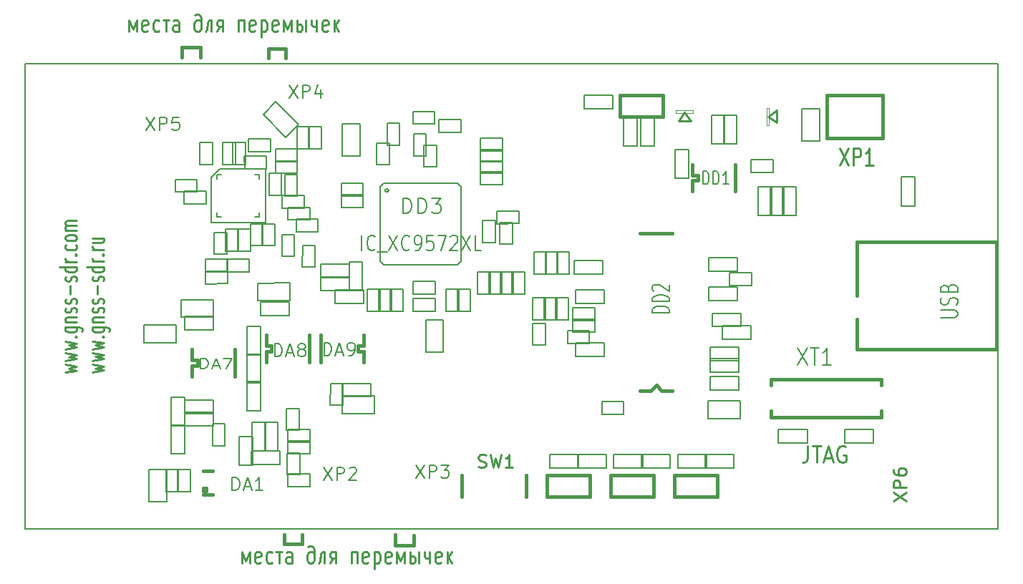
<source format=gto>
G04 (created by PCBNEW-RS274X (2010-02-09)-RC2) date 30.03.2010 12:29:41*
G01*
G70*
G90*
%MOIN*%
G04 Gerber Fmt 3.4, Leading zero omitted, Abs format*
%FSLAX34Y34*%
G04 APERTURE LIST*
%ADD10C,0.005000*%
%ADD11C,0.015000*%
%ADD12C,0.010000*%
%ADD13C,0.007900*%
%ADD14C,0.008500*%
%ADD15C,0.008000*%
%ADD16C,0.005900*%
%ADD17C,0.002600*%
%ADD18C,0.011200*%
G04 APERTURE END LIST*
G54D10*
G54D11*
X52880Y-44890D02*
X52880Y-44410D01*
X52000Y-44890D02*
X52880Y-44890D01*
X52000Y-44380D02*
X52000Y-44890D01*
X47670Y-44830D02*
X47670Y-44400D01*
X46830Y-44830D02*
X47670Y-44830D01*
X46830Y-44400D02*
X46830Y-44830D01*
G54D12*
X44884Y-45719D02*
X44884Y-45185D01*
X45055Y-45605D01*
X45227Y-45185D01*
X45227Y-45719D01*
X45741Y-45681D02*
X45684Y-45719D01*
X45570Y-45719D01*
X45513Y-45681D01*
X45484Y-45605D01*
X45484Y-45300D01*
X45513Y-45224D01*
X45570Y-45185D01*
X45684Y-45185D01*
X45741Y-45224D01*
X45770Y-45300D01*
X45770Y-45376D01*
X45484Y-45452D01*
X46284Y-45681D02*
X46227Y-45719D01*
X46113Y-45719D01*
X46055Y-45681D01*
X46027Y-45643D01*
X45998Y-45566D01*
X45998Y-45338D01*
X46027Y-45262D01*
X46055Y-45224D01*
X46113Y-45185D01*
X46227Y-45185D01*
X46284Y-45224D01*
X46455Y-45185D02*
X46741Y-45185D01*
X46598Y-45185D02*
X46598Y-45719D01*
X47198Y-45719D02*
X47198Y-45300D01*
X47169Y-45224D01*
X47112Y-45185D01*
X46998Y-45185D01*
X46941Y-45224D01*
X47198Y-45681D02*
X47141Y-45719D01*
X46998Y-45719D01*
X46941Y-45681D01*
X46912Y-45605D01*
X46912Y-45528D01*
X46941Y-45452D01*
X46998Y-45414D01*
X47141Y-45414D01*
X47198Y-45376D01*
X48227Y-45262D02*
X48198Y-45224D01*
X48141Y-45185D01*
X48027Y-45185D01*
X47969Y-45224D01*
X47941Y-45262D01*
X47912Y-45338D01*
X47912Y-45566D01*
X47941Y-45643D01*
X47969Y-45681D01*
X48027Y-45719D01*
X48112Y-45719D01*
X48169Y-45681D01*
X48198Y-45643D01*
X48227Y-45566D01*
X48227Y-45071D01*
X48198Y-44995D01*
X48169Y-44957D01*
X48112Y-44919D01*
X47998Y-44919D01*
X47941Y-44957D01*
X48712Y-45719D02*
X48712Y-45185D01*
X48627Y-45185D01*
X48570Y-45224D01*
X48541Y-45300D01*
X48512Y-45605D01*
X48484Y-45681D01*
X48427Y-45719D01*
X49112Y-45490D02*
X48969Y-45719D01*
X49226Y-45719D02*
X49226Y-45185D01*
X49055Y-45185D01*
X48998Y-45224D01*
X48969Y-45300D01*
X48969Y-45376D01*
X48998Y-45452D01*
X49055Y-45490D01*
X49226Y-45490D01*
X49969Y-45719D02*
X49969Y-45185D01*
X50226Y-45185D01*
X50226Y-45719D01*
X50740Y-45681D02*
X50683Y-45719D01*
X50569Y-45719D01*
X50512Y-45681D01*
X50483Y-45605D01*
X50483Y-45300D01*
X50512Y-45224D01*
X50569Y-45185D01*
X50683Y-45185D01*
X50740Y-45224D01*
X50769Y-45300D01*
X50769Y-45376D01*
X50483Y-45452D01*
X51026Y-45185D02*
X51026Y-45985D01*
X51026Y-45224D02*
X51083Y-45185D01*
X51197Y-45185D01*
X51254Y-45224D01*
X51283Y-45262D01*
X51312Y-45338D01*
X51312Y-45566D01*
X51283Y-45643D01*
X51254Y-45681D01*
X51197Y-45719D01*
X51083Y-45719D01*
X51026Y-45681D01*
X51797Y-45681D02*
X51740Y-45719D01*
X51626Y-45719D01*
X51569Y-45681D01*
X51540Y-45605D01*
X51540Y-45300D01*
X51569Y-45224D01*
X51626Y-45185D01*
X51740Y-45185D01*
X51797Y-45224D01*
X51826Y-45300D01*
X51826Y-45376D01*
X51540Y-45452D01*
X52083Y-45719D02*
X52083Y-45185D01*
X52254Y-45605D01*
X52426Y-45185D01*
X52426Y-45719D01*
X53112Y-45185D02*
X53112Y-45719D01*
X52712Y-45185D02*
X52712Y-45719D01*
X52855Y-45719D01*
X52912Y-45681D01*
X52940Y-45605D01*
X52940Y-45490D01*
X52912Y-45414D01*
X52855Y-45376D01*
X52712Y-45376D01*
X53598Y-45185D02*
X53598Y-45719D01*
X53369Y-45185D02*
X53369Y-45376D01*
X53398Y-45452D01*
X53455Y-45490D01*
X53598Y-45490D01*
X54140Y-45681D02*
X54083Y-45719D01*
X53969Y-45719D01*
X53912Y-45681D01*
X53883Y-45605D01*
X53883Y-45300D01*
X53912Y-45224D01*
X53969Y-45185D01*
X54083Y-45185D01*
X54140Y-45224D01*
X54169Y-45300D01*
X54169Y-45376D01*
X53883Y-45452D01*
X54426Y-45185D02*
X54426Y-45719D01*
X54483Y-45414D02*
X54654Y-45719D01*
X54654Y-45185D02*
X54426Y-45490D01*
G54D11*
X46900Y-21750D02*
X46900Y-22185D01*
X46105Y-21750D02*
X46900Y-21750D01*
X46105Y-22190D02*
X46105Y-21750D01*
X42930Y-21695D02*
X42930Y-22165D01*
X42070Y-21695D02*
X42930Y-21695D01*
X42070Y-22145D02*
X42070Y-21695D01*
G54D12*
X39619Y-20959D02*
X39619Y-20425D01*
X39790Y-20845D01*
X39962Y-20425D01*
X39962Y-20959D01*
X40476Y-20921D02*
X40419Y-20959D01*
X40305Y-20959D01*
X40248Y-20921D01*
X40219Y-20845D01*
X40219Y-20540D01*
X40248Y-20464D01*
X40305Y-20425D01*
X40419Y-20425D01*
X40476Y-20464D01*
X40505Y-20540D01*
X40505Y-20616D01*
X40219Y-20692D01*
X41019Y-20921D02*
X40962Y-20959D01*
X40848Y-20959D01*
X40790Y-20921D01*
X40762Y-20883D01*
X40733Y-20806D01*
X40733Y-20578D01*
X40762Y-20502D01*
X40790Y-20464D01*
X40848Y-20425D01*
X40962Y-20425D01*
X41019Y-20464D01*
X41190Y-20425D02*
X41476Y-20425D01*
X41333Y-20425D02*
X41333Y-20959D01*
X41933Y-20959D02*
X41933Y-20540D01*
X41904Y-20464D01*
X41847Y-20425D01*
X41733Y-20425D01*
X41676Y-20464D01*
X41933Y-20921D02*
X41876Y-20959D01*
X41733Y-20959D01*
X41676Y-20921D01*
X41647Y-20845D01*
X41647Y-20768D01*
X41676Y-20692D01*
X41733Y-20654D01*
X41876Y-20654D01*
X41933Y-20616D01*
X42962Y-20502D02*
X42933Y-20464D01*
X42876Y-20425D01*
X42762Y-20425D01*
X42704Y-20464D01*
X42676Y-20502D01*
X42647Y-20578D01*
X42647Y-20806D01*
X42676Y-20883D01*
X42704Y-20921D01*
X42762Y-20959D01*
X42847Y-20959D01*
X42904Y-20921D01*
X42933Y-20883D01*
X42962Y-20806D01*
X42962Y-20311D01*
X42933Y-20235D01*
X42904Y-20197D01*
X42847Y-20159D01*
X42733Y-20159D01*
X42676Y-20197D01*
X43447Y-20959D02*
X43447Y-20425D01*
X43362Y-20425D01*
X43305Y-20464D01*
X43276Y-20540D01*
X43247Y-20845D01*
X43219Y-20921D01*
X43162Y-20959D01*
X43847Y-20730D02*
X43704Y-20959D01*
X43961Y-20959D02*
X43961Y-20425D01*
X43790Y-20425D01*
X43733Y-20464D01*
X43704Y-20540D01*
X43704Y-20616D01*
X43733Y-20692D01*
X43790Y-20730D01*
X43961Y-20730D01*
X44704Y-20959D02*
X44704Y-20425D01*
X44961Y-20425D01*
X44961Y-20959D01*
X45475Y-20921D02*
X45418Y-20959D01*
X45304Y-20959D01*
X45247Y-20921D01*
X45218Y-20845D01*
X45218Y-20540D01*
X45247Y-20464D01*
X45304Y-20425D01*
X45418Y-20425D01*
X45475Y-20464D01*
X45504Y-20540D01*
X45504Y-20616D01*
X45218Y-20692D01*
X45761Y-20425D02*
X45761Y-21225D01*
X45761Y-20464D02*
X45818Y-20425D01*
X45932Y-20425D01*
X45989Y-20464D01*
X46018Y-20502D01*
X46047Y-20578D01*
X46047Y-20806D01*
X46018Y-20883D01*
X45989Y-20921D01*
X45932Y-20959D01*
X45818Y-20959D01*
X45761Y-20921D01*
X46532Y-20921D02*
X46475Y-20959D01*
X46361Y-20959D01*
X46304Y-20921D01*
X46275Y-20845D01*
X46275Y-20540D01*
X46304Y-20464D01*
X46361Y-20425D01*
X46475Y-20425D01*
X46532Y-20464D01*
X46561Y-20540D01*
X46561Y-20616D01*
X46275Y-20692D01*
X46818Y-20959D02*
X46818Y-20425D01*
X46989Y-20845D01*
X47161Y-20425D01*
X47161Y-20959D01*
X47847Y-20425D02*
X47847Y-20959D01*
X47447Y-20425D02*
X47447Y-20959D01*
X47590Y-20959D01*
X47647Y-20921D01*
X47675Y-20845D01*
X47675Y-20730D01*
X47647Y-20654D01*
X47590Y-20616D01*
X47447Y-20616D01*
X48333Y-20425D02*
X48333Y-20959D01*
X48104Y-20425D02*
X48104Y-20616D01*
X48133Y-20692D01*
X48190Y-20730D01*
X48333Y-20730D01*
X48875Y-20921D02*
X48818Y-20959D01*
X48704Y-20959D01*
X48647Y-20921D01*
X48618Y-20845D01*
X48618Y-20540D01*
X48647Y-20464D01*
X48704Y-20425D01*
X48818Y-20425D01*
X48875Y-20464D01*
X48904Y-20540D01*
X48904Y-20616D01*
X48618Y-20692D01*
X49161Y-20425D02*
X49161Y-20959D01*
X49218Y-20654D02*
X49389Y-20959D01*
X49389Y-20425D02*
X49161Y-20730D01*
G54D13*
X34780Y-44115D02*
X34780Y-22460D01*
X80060Y-44115D02*
X34780Y-44115D01*
X80060Y-22460D02*
X80060Y-44115D01*
X34780Y-22460D02*
X80060Y-22460D01*
G54D14*
X37900Y-36831D02*
X38434Y-36733D01*
X38053Y-36636D01*
X38434Y-36538D01*
X37900Y-36441D01*
X37900Y-36295D02*
X38434Y-36197D01*
X38053Y-36100D01*
X38434Y-36002D01*
X37900Y-35905D01*
X37900Y-35759D02*
X38434Y-35661D01*
X38053Y-35564D01*
X38434Y-35466D01*
X37900Y-35369D01*
X38358Y-35174D02*
X38396Y-35150D01*
X38434Y-35174D01*
X38396Y-35198D01*
X38358Y-35174D01*
X38434Y-35174D01*
X37900Y-34711D02*
X38548Y-34711D01*
X38624Y-34735D01*
X38662Y-34759D01*
X38700Y-34808D01*
X38700Y-34881D01*
X38662Y-34930D01*
X38396Y-34711D02*
X38434Y-34759D01*
X38434Y-34857D01*
X38396Y-34906D01*
X38358Y-34930D01*
X38281Y-34954D01*
X38053Y-34954D01*
X37977Y-34930D01*
X37939Y-34906D01*
X37900Y-34857D01*
X37900Y-34759D01*
X37939Y-34711D01*
X37900Y-34467D02*
X38434Y-34467D01*
X37977Y-34467D02*
X37939Y-34443D01*
X37900Y-34394D01*
X37900Y-34321D01*
X37939Y-34272D01*
X38015Y-34248D01*
X38434Y-34248D01*
X38396Y-34028D02*
X38434Y-33980D01*
X38434Y-33882D01*
X38396Y-33833D01*
X38320Y-33809D01*
X38281Y-33809D01*
X38205Y-33833D01*
X38167Y-33882D01*
X38167Y-33955D01*
X38129Y-34004D01*
X38053Y-34028D01*
X38015Y-34028D01*
X37939Y-34004D01*
X37900Y-33955D01*
X37900Y-33882D01*
X37939Y-33833D01*
X38396Y-33614D02*
X38434Y-33566D01*
X38434Y-33468D01*
X38396Y-33419D01*
X38320Y-33395D01*
X38281Y-33395D01*
X38205Y-33419D01*
X38167Y-33468D01*
X38167Y-33541D01*
X38129Y-33590D01*
X38053Y-33614D01*
X38015Y-33614D01*
X37939Y-33590D01*
X37900Y-33541D01*
X37900Y-33468D01*
X37939Y-33419D01*
X38129Y-33176D02*
X38129Y-32786D01*
X38396Y-32566D02*
X38434Y-32518D01*
X38434Y-32420D01*
X38396Y-32371D01*
X38320Y-32347D01*
X38281Y-32347D01*
X38205Y-32371D01*
X38167Y-32420D01*
X38167Y-32493D01*
X38129Y-32542D01*
X38053Y-32566D01*
X38015Y-32566D01*
X37939Y-32542D01*
X37900Y-32493D01*
X37900Y-32420D01*
X37939Y-32371D01*
X38434Y-31909D02*
X37634Y-31909D01*
X38396Y-31909D02*
X38434Y-31957D01*
X38434Y-32055D01*
X38396Y-32104D01*
X38358Y-32128D01*
X38281Y-32152D01*
X38053Y-32152D01*
X37977Y-32128D01*
X37939Y-32104D01*
X37900Y-32055D01*
X37900Y-31957D01*
X37939Y-31909D01*
X38434Y-31665D02*
X37900Y-31665D01*
X38053Y-31665D02*
X37977Y-31641D01*
X37939Y-31616D01*
X37900Y-31568D01*
X37900Y-31519D01*
X38358Y-31348D02*
X38396Y-31324D01*
X38434Y-31348D01*
X38396Y-31372D01*
X38358Y-31348D01*
X38434Y-31348D01*
X38434Y-31104D02*
X37900Y-31104D01*
X38053Y-31104D02*
X37977Y-31080D01*
X37939Y-31055D01*
X37900Y-31007D01*
X37900Y-30958D01*
X37900Y-30568D02*
X38434Y-30568D01*
X37900Y-30787D02*
X38320Y-30787D01*
X38396Y-30763D01*
X38434Y-30714D01*
X38434Y-30641D01*
X38396Y-30592D01*
X38358Y-30568D01*
X36648Y-36833D02*
X37173Y-36735D01*
X36798Y-36638D01*
X37173Y-36540D01*
X36648Y-36443D01*
X36648Y-36297D02*
X37173Y-36199D01*
X36798Y-36102D01*
X37173Y-36004D01*
X36648Y-35907D01*
X36648Y-35761D02*
X37173Y-35663D01*
X36798Y-35566D01*
X37173Y-35468D01*
X36648Y-35371D01*
X37098Y-35176D02*
X37136Y-35152D01*
X37173Y-35176D01*
X37136Y-35200D01*
X37098Y-35176D01*
X37173Y-35176D01*
X36648Y-34713D02*
X37285Y-34713D01*
X37360Y-34737D01*
X37398Y-34761D01*
X37435Y-34810D01*
X37435Y-34883D01*
X37398Y-34932D01*
X37136Y-34713D02*
X37173Y-34761D01*
X37173Y-34859D01*
X37136Y-34908D01*
X37098Y-34932D01*
X37023Y-34956D01*
X36798Y-34956D01*
X36723Y-34932D01*
X36686Y-34908D01*
X36648Y-34859D01*
X36648Y-34761D01*
X36686Y-34713D01*
X36648Y-34469D02*
X37173Y-34469D01*
X36723Y-34469D02*
X36686Y-34445D01*
X36648Y-34396D01*
X36648Y-34323D01*
X36686Y-34274D01*
X36761Y-34250D01*
X37173Y-34250D01*
X37136Y-34030D02*
X37173Y-33982D01*
X37173Y-33884D01*
X37136Y-33835D01*
X37061Y-33811D01*
X37023Y-33811D01*
X36948Y-33835D01*
X36911Y-33884D01*
X36911Y-33957D01*
X36873Y-34006D01*
X36798Y-34030D01*
X36761Y-34030D01*
X36686Y-34006D01*
X36648Y-33957D01*
X36648Y-33884D01*
X36686Y-33835D01*
X37136Y-33616D02*
X37173Y-33568D01*
X37173Y-33470D01*
X37136Y-33421D01*
X37061Y-33397D01*
X37023Y-33397D01*
X36948Y-33421D01*
X36911Y-33470D01*
X36911Y-33543D01*
X36873Y-33592D01*
X36798Y-33616D01*
X36761Y-33616D01*
X36686Y-33592D01*
X36648Y-33543D01*
X36648Y-33470D01*
X36686Y-33421D01*
X36873Y-33178D02*
X36873Y-32788D01*
X37136Y-32568D02*
X37173Y-32520D01*
X37173Y-32422D01*
X37136Y-32373D01*
X37061Y-32349D01*
X37023Y-32349D01*
X36948Y-32373D01*
X36911Y-32422D01*
X36911Y-32495D01*
X36873Y-32544D01*
X36798Y-32568D01*
X36761Y-32568D01*
X36686Y-32544D01*
X36648Y-32495D01*
X36648Y-32422D01*
X36686Y-32373D01*
X37173Y-31911D02*
X36386Y-31911D01*
X37136Y-31911D02*
X37173Y-31959D01*
X37173Y-32057D01*
X37136Y-32106D01*
X37098Y-32130D01*
X37023Y-32154D01*
X36798Y-32154D01*
X36723Y-32130D01*
X36686Y-32106D01*
X36648Y-32057D01*
X36648Y-31959D01*
X36686Y-31911D01*
X37173Y-31667D02*
X36648Y-31667D01*
X36798Y-31667D02*
X36723Y-31643D01*
X36686Y-31618D01*
X36648Y-31570D01*
X36648Y-31521D01*
X37098Y-31350D02*
X37136Y-31326D01*
X37173Y-31350D01*
X37136Y-31374D01*
X37098Y-31350D01*
X37173Y-31350D01*
X37136Y-30887D02*
X37173Y-30935D01*
X37173Y-31033D01*
X37136Y-31082D01*
X37098Y-31106D01*
X37023Y-31130D01*
X36798Y-31130D01*
X36723Y-31106D01*
X36686Y-31082D01*
X36648Y-31033D01*
X36648Y-30935D01*
X36686Y-30887D01*
X37173Y-30594D02*
X37136Y-30643D01*
X37098Y-30667D01*
X37023Y-30691D01*
X36798Y-30691D01*
X36723Y-30667D01*
X36686Y-30643D01*
X36648Y-30594D01*
X36648Y-30521D01*
X36686Y-30472D01*
X36723Y-30448D01*
X36798Y-30423D01*
X37023Y-30423D01*
X37098Y-30448D01*
X37136Y-30472D01*
X37173Y-30521D01*
X37173Y-30594D01*
X37173Y-30204D02*
X36648Y-30204D01*
X36723Y-30204D02*
X36686Y-30180D01*
X36648Y-30131D01*
X36648Y-30058D01*
X36686Y-30009D01*
X36761Y-29985D01*
X37173Y-29985D01*
X36761Y-29985D02*
X36686Y-29960D01*
X36648Y-29912D01*
X36648Y-29838D01*
X36686Y-29790D01*
X36761Y-29765D01*
X37173Y-29765D01*
G54D15*
X56084Y-29754D02*
X56676Y-29754D01*
X56676Y-29754D02*
X56675Y-30775D01*
X56675Y-30775D02*
X56085Y-30776D01*
X56085Y-30776D02*
X56084Y-29754D01*
G54D11*
X69490Y-37156D02*
X69490Y-37431D01*
X69490Y-38931D02*
X69490Y-38631D01*
X74640Y-38931D02*
X74640Y-38631D01*
X74640Y-37156D02*
X74640Y-37431D01*
X74640Y-38931D02*
X69490Y-38931D01*
X74640Y-37156D02*
X69490Y-37156D01*
X74710Y-25915D02*
X72110Y-25915D01*
X72110Y-25915D02*
X72110Y-23915D01*
X72110Y-23915D02*
X74710Y-23915D01*
X74710Y-23915D02*
X74710Y-25915D01*
G54D16*
X43440Y-29860D02*
X45960Y-29860D01*
X45960Y-29860D02*
X45960Y-27340D01*
X45960Y-27340D02*
X43834Y-27340D01*
X43834Y-27340D02*
X43440Y-27734D01*
X43440Y-27734D02*
X43440Y-29860D01*
G54D13*
X43913Y-27616D02*
X43716Y-27616D01*
X43716Y-27616D02*
X43716Y-27813D01*
X45684Y-27813D02*
X45684Y-27616D01*
X45684Y-27616D02*
X45487Y-27616D01*
X45487Y-29584D02*
X45684Y-29584D01*
X45684Y-29584D02*
X45684Y-29387D01*
X43716Y-29387D02*
X43716Y-29584D01*
X43716Y-29584D02*
X43913Y-29584D01*
G54D11*
X61060Y-42625D02*
X59060Y-42625D01*
X59060Y-42625D02*
X59060Y-41625D01*
X59060Y-41625D02*
X61060Y-41625D01*
X61060Y-41625D02*
X61060Y-42625D01*
X64025Y-42625D02*
X62025Y-42625D01*
X62025Y-42625D02*
X62025Y-41625D01*
X62025Y-41625D02*
X64025Y-41625D01*
X64025Y-41625D02*
X64025Y-42625D01*
X66995Y-42625D02*
X64995Y-42625D01*
X64995Y-42625D02*
X64995Y-41625D01*
X64995Y-41625D02*
X66995Y-41625D01*
X66995Y-41625D02*
X66995Y-42625D01*
X55095Y-42625D02*
X55095Y-41625D01*
X58095Y-41625D02*
X58095Y-42625D01*
X63415Y-30341D02*
X64915Y-30341D01*
X63415Y-37675D02*
X63915Y-37675D01*
X63915Y-37675D02*
X64165Y-37425D01*
X64165Y-37425D02*
X64415Y-37675D01*
X64415Y-37675D02*
X64915Y-37675D01*
G54D17*
X65057Y-24627D02*
X65057Y-24745D01*
X65057Y-24745D02*
X65883Y-24745D01*
X65883Y-24627D02*
X65883Y-24745D01*
X65057Y-24627D02*
X65883Y-24627D01*
G54D12*
X65470Y-24706D02*
X65765Y-25118D01*
X65765Y-25118D02*
X65195Y-25118D01*
X65195Y-25118D02*
X65470Y-24706D01*
G54D11*
X43219Y-42284D02*
X43217Y-42299D01*
X43213Y-42314D01*
X43205Y-42327D01*
X43196Y-42339D01*
X43184Y-42349D01*
X43170Y-42356D01*
X43155Y-42361D01*
X43140Y-42362D01*
X43126Y-42361D01*
X43111Y-42357D01*
X43097Y-42350D01*
X43085Y-42340D01*
X43075Y-42328D01*
X43068Y-42315D01*
X43063Y-42300D01*
X43062Y-42285D01*
X43063Y-42270D01*
X43067Y-42255D01*
X43074Y-42242D01*
X43084Y-42230D01*
X43095Y-42220D01*
X43109Y-42212D01*
X43124Y-42207D01*
X43139Y-42206D01*
X43153Y-42207D01*
X43168Y-42211D01*
X43182Y-42218D01*
X43194Y-42227D01*
X43204Y-42239D01*
X43212Y-42252D01*
X43217Y-42267D01*
X43218Y-42282D01*
X43219Y-42284D01*
X43065Y-42509D02*
X43515Y-42509D01*
X43065Y-41409D02*
X43515Y-41409D01*
X45990Y-35584D02*
X46240Y-35584D01*
X46240Y-35584D02*
X46240Y-35834D01*
X46240Y-35834D02*
X45990Y-35834D01*
X47990Y-35084D02*
X47990Y-36334D01*
X45990Y-35084D02*
X45990Y-35584D01*
X45990Y-35834D02*
X45990Y-36334D01*
X62470Y-23915D02*
X64470Y-23915D01*
X64470Y-23915D02*
X64470Y-24915D01*
X64470Y-24915D02*
X62470Y-24915D01*
X62470Y-24915D02*
X62470Y-23915D01*
X42541Y-36257D02*
X42791Y-36257D01*
X42791Y-36257D02*
X42791Y-36507D01*
X42791Y-36507D02*
X42541Y-36507D01*
X44541Y-35757D02*
X44541Y-37007D01*
X42541Y-35757D02*
X42541Y-36257D01*
X42541Y-36507D02*
X42541Y-37007D01*
X50535Y-35835D02*
X50285Y-35835D01*
X50285Y-35835D02*
X50285Y-35585D01*
X50285Y-35585D02*
X50535Y-35585D01*
X48535Y-36335D02*
X48535Y-35085D01*
X50535Y-36335D02*
X50535Y-35835D01*
X50535Y-35585D02*
X50535Y-35085D01*
X65855Y-27635D02*
X66105Y-27635D01*
X66105Y-27635D02*
X66105Y-27885D01*
X66105Y-27885D02*
X65855Y-27885D01*
X67855Y-27135D02*
X67855Y-28385D01*
X65855Y-27135D02*
X65855Y-27635D01*
X65855Y-27885D02*
X65855Y-28385D01*
X73490Y-30735D02*
X73490Y-33235D01*
X73490Y-35735D02*
X73490Y-34335D01*
X73490Y-35735D02*
X79990Y-35735D01*
X79990Y-35735D02*
X79990Y-30735D01*
X79990Y-30735D02*
X73490Y-30735D01*
G54D15*
X70681Y-29530D02*
X70053Y-29530D01*
X70053Y-29530D02*
X70053Y-28193D01*
X70053Y-28193D02*
X70681Y-28193D01*
X70681Y-28193D02*
X70681Y-29530D01*
X70116Y-29530D02*
X69488Y-29530D01*
X69488Y-29530D02*
X69488Y-28193D01*
X69488Y-28193D02*
X70116Y-28193D01*
X70116Y-28193D02*
X70116Y-29530D01*
X69546Y-29530D02*
X68918Y-29530D01*
X68918Y-29530D02*
X68918Y-28193D01*
X68918Y-28193D02*
X69546Y-28193D01*
X69546Y-28193D02*
X69546Y-29530D01*
G54D17*
X69297Y-25328D02*
X69415Y-25328D01*
X69415Y-25328D02*
X69415Y-24502D01*
X69297Y-24502D02*
X69415Y-24502D01*
X69297Y-25328D02*
X69297Y-24502D01*
G54D12*
X69376Y-24915D02*
X69788Y-24620D01*
X69788Y-24620D02*
X69788Y-25190D01*
X69788Y-25190D02*
X69376Y-24915D01*
G54D15*
X71759Y-26038D02*
X70932Y-26038D01*
X70932Y-26038D02*
X70931Y-24543D01*
X70931Y-24543D02*
X71758Y-24543D01*
X71758Y-24543D02*
X71759Y-26038D01*
X75586Y-27732D02*
X76214Y-27732D01*
X76214Y-27732D02*
X76214Y-29069D01*
X76214Y-29069D02*
X75586Y-29069D01*
X75586Y-29069D02*
X75586Y-27732D01*
X72937Y-40115D02*
X72937Y-39487D01*
X72937Y-39487D02*
X74274Y-39487D01*
X74274Y-39487D02*
X74274Y-40115D01*
X74274Y-40115D02*
X72937Y-40115D01*
X71193Y-39487D02*
X71193Y-40115D01*
X71193Y-40115D02*
X69856Y-40115D01*
X69856Y-40115D02*
X69856Y-39487D01*
X69856Y-39487D02*
X71193Y-39487D01*
X66726Y-24862D02*
X67354Y-24862D01*
X67354Y-24862D02*
X67354Y-26199D01*
X67354Y-26199D02*
X66726Y-26199D01*
X66726Y-26199D02*
X66726Y-24862D01*
X67291Y-24862D02*
X67919Y-24862D01*
X67919Y-24862D02*
X67919Y-26199D01*
X67919Y-26199D02*
X67291Y-26199D01*
X67291Y-26199D02*
X67291Y-24862D01*
X69591Y-26929D02*
X69591Y-27521D01*
X69591Y-27521D02*
X68570Y-27520D01*
X68570Y-27520D02*
X68569Y-26930D01*
X68569Y-26930D02*
X69591Y-26929D01*
X65659Y-27783D02*
X65031Y-27783D01*
X65031Y-27783D02*
X65031Y-26446D01*
X65031Y-26446D02*
X65659Y-26446D01*
X65659Y-26446D02*
X65659Y-27783D01*
X63284Y-26293D02*
X62656Y-26293D01*
X62656Y-26293D02*
X62656Y-24956D01*
X62656Y-24956D02*
X63284Y-24956D01*
X63284Y-24956D02*
X63284Y-26293D01*
X64059Y-26293D02*
X63431Y-26293D01*
X63431Y-26293D02*
X63431Y-24956D01*
X63431Y-24956D02*
X64059Y-24956D01*
X64059Y-24956D02*
X64059Y-26293D01*
X62138Y-23926D02*
X62138Y-24554D01*
X62138Y-24554D02*
X60801Y-24554D01*
X60801Y-24554D02*
X60801Y-23926D01*
X60801Y-23926D02*
X62138Y-23926D01*
X67948Y-31476D02*
X67948Y-32104D01*
X67948Y-32104D02*
X66611Y-32104D01*
X66611Y-32104D02*
X66611Y-31476D01*
X66611Y-31476D02*
X67948Y-31476D01*
X68591Y-32189D02*
X68591Y-32781D01*
X68591Y-32781D02*
X67570Y-32780D01*
X67570Y-32780D02*
X67569Y-32190D01*
X67569Y-32190D02*
X68591Y-32189D01*
X67948Y-32861D02*
X67948Y-33489D01*
X67948Y-33489D02*
X66611Y-33489D01*
X66611Y-33489D02*
X66611Y-32861D01*
X66611Y-32861D02*
X67948Y-32861D01*
X68113Y-34071D02*
X68113Y-34699D01*
X68113Y-34699D02*
X66776Y-34699D01*
X66776Y-34699D02*
X66776Y-34071D01*
X66776Y-34071D02*
X68113Y-34071D01*
X68573Y-34646D02*
X68573Y-35274D01*
X68573Y-35274D02*
X67236Y-35274D01*
X67236Y-35274D02*
X67236Y-34646D01*
X67236Y-34646D02*
X68573Y-34646D01*
X68013Y-35666D02*
X68013Y-36294D01*
X68013Y-36294D02*
X66676Y-36294D01*
X66676Y-36294D02*
X66676Y-35666D01*
X66676Y-35666D02*
X68013Y-35666D01*
X68013Y-36186D02*
X68013Y-36814D01*
X68013Y-36814D02*
X66676Y-36814D01*
X66676Y-36814D02*
X66676Y-36186D01*
X66676Y-36186D02*
X68013Y-36186D01*
X68013Y-37011D02*
X68013Y-37639D01*
X68013Y-37639D02*
X66676Y-37639D01*
X66676Y-37639D02*
X66676Y-37011D01*
X66676Y-37011D02*
X68013Y-37011D01*
X68058Y-38156D02*
X68058Y-38983D01*
X68058Y-38983D02*
X66563Y-38984D01*
X66563Y-38984D02*
X66563Y-38157D01*
X66563Y-38157D02*
X68058Y-38156D01*
X61624Y-38771D02*
X61624Y-38179D01*
X61624Y-38179D02*
X62645Y-38180D01*
X62645Y-38180D02*
X62646Y-38770D01*
X62646Y-38770D02*
X61624Y-38771D01*
X66437Y-41284D02*
X66437Y-40656D01*
X66437Y-40656D02*
X67774Y-40656D01*
X67774Y-40656D02*
X67774Y-41284D01*
X67774Y-41284D02*
X66437Y-41284D01*
X65157Y-41284D02*
X65157Y-40656D01*
X65157Y-40656D02*
X66494Y-40656D01*
X66494Y-40656D02*
X66494Y-41284D01*
X66494Y-41284D02*
X65157Y-41284D01*
X63467Y-41289D02*
X63467Y-40661D01*
X63467Y-40661D02*
X64804Y-40661D01*
X64804Y-40661D02*
X64804Y-41289D01*
X64804Y-41289D02*
X63467Y-41289D01*
X62187Y-41289D02*
X62187Y-40661D01*
X62187Y-40661D02*
X63524Y-40661D01*
X63524Y-40661D02*
X63524Y-41289D01*
X63524Y-41289D02*
X62187Y-41289D01*
X60497Y-41289D02*
X60497Y-40661D01*
X60497Y-40661D02*
X61834Y-40661D01*
X61834Y-40661D02*
X61834Y-41289D01*
X61834Y-41289D02*
X60497Y-41289D01*
X59217Y-41289D02*
X59217Y-40661D01*
X59217Y-40661D02*
X60554Y-40661D01*
X60554Y-40661D02*
X60554Y-41289D01*
X60554Y-41289D02*
X59217Y-41289D01*
X60392Y-36089D02*
X60392Y-35461D01*
X60392Y-35461D02*
X61729Y-35461D01*
X61729Y-35461D02*
X61729Y-36089D01*
X61729Y-36089D02*
X60392Y-36089D01*
X60034Y-35471D02*
X60034Y-34879D01*
X60034Y-34879D02*
X61055Y-34880D01*
X61055Y-34880D02*
X61056Y-35470D01*
X61056Y-35470D02*
X60034Y-35471D01*
X60284Y-34941D02*
X60284Y-34349D01*
X60284Y-34349D02*
X61305Y-34350D01*
X61305Y-34350D02*
X61306Y-34940D01*
X61306Y-34940D02*
X60284Y-34941D01*
X60284Y-34411D02*
X60284Y-33819D01*
X60284Y-33819D02*
X61305Y-33820D01*
X61305Y-33820D02*
X61306Y-34410D01*
X61306Y-34410D02*
X60284Y-34411D01*
X58419Y-34539D02*
X59011Y-34539D01*
X59011Y-34539D02*
X59010Y-35560D01*
X59010Y-35560D02*
X58420Y-35561D01*
X58420Y-35561D02*
X58419Y-34539D01*
X59011Y-34371D02*
X58419Y-34371D01*
X58419Y-34371D02*
X58420Y-33350D01*
X58420Y-33350D02*
X59010Y-33349D01*
X59010Y-33349D02*
X59011Y-34371D01*
X59541Y-34371D02*
X58949Y-34371D01*
X58949Y-34371D02*
X58950Y-33350D01*
X58950Y-33350D02*
X59540Y-33349D01*
X59540Y-33349D02*
X59541Y-34371D01*
X60071Y-34371D02*
X59479Y-34371D01*
X59479Y-34371D02*
X59480Y-33350D01*
X59480Y-33350D02*
X60070Y-33349D01*
X60070Y-33349D02*
X60071Y-34371D01*
X60392Y-33604D02*
X60392Y-32976D01*
X60392Y-32976D02*
X61729Y-32976D01*
X61729Y-32976D02*
X61729Y-33604D01*
X61729Y-33604D02*
X60392Y-33604D01*
X60332Y-32239D02*
X60332Y-31611D01*
X60332Y-31611D02*
X61669Y-31611D01*
X61669Y-31611D02*
X61669Y-32239D01*
X61669Y-32239D02*
X60332Y-32239D01*
X59524Y-31219D02*
X60116Y-31219D01*
X60116Y-31219D02*
X60115Y-32240D01*
X60115Y-32240D02*
X59525Y-32241D01*
X59525Y-32241D02*
X59524Y-31219D01*
X58464Y-31219D02*
X59056Y-31219D01*
X59056Y-31219D02*
X59055Y-32240D01*
X59055Y-32240D02*
X58465Y-32241D01*
X58465Y-32241D02*
X58464Y-31219D01*
X58994Y-31219D02*
X59586Y-31219D01*
X59586Y-31219D02*
X59585Y-32240D01*
X59585Y-32240D02*
X58995Y-32241D01*
X58995Y-32241D02*
X58994Y-31219D01*
X57439Y-32149D02*
X58031Y-32149D01*
X58031Y-32149D02*
X58030Y-33170D01*
X58030Y-33170D02*
X57440Y-33171D01*
X57440Y-33171D02*
X57439Y-32149D01*
X56909Y-32149D02*
X57501Y-32149D01*
X57501Y-32149D02*
X57500Y-33170D01*
X57500Y-33170D02*
X56910Y-33171D01*
X56910Y-33171D02*
X56909Y-32149D01*
X55849Y-32149D02*
X56441Y-32149D01*
X56441Y-32149D02*
X56440Y-33170D01*
X56440Y-33170D02*
X55850Y-33171D01*
X55850Y-33171D02*
X55849Y-32149D01*
X56379Y-32149D02*
X56971Y-32149D01*
X56971Y-32149D02*
X56970Y-33170D01*
X56970Y-33170D02*
X56380Y-33171D01*
X56380Y-33171D02*
X56379Y-32149D01*
X56884Y-29844D02*
X57476Y-29844D01*
X57476Y-29844D02*
X57475Y-30865D01*
X57475Y-30865D02*
X56885Y-30866D01*
X56885Y-30866D02*
X56884Y-29844D01*
X56749Y-29901D02*
X56749Y-29309D01*
X56749Y-29309D02*
X57770Y-29310D01*
X57770Y-29310D02*
X57771Y-29900D01*
X57771Y-29900D02*
X56749Y-29901D01*
X55979Y-27561D02*
X55979Y-26969D01*
X55979Y-26969D02*
X57000Y-26970D01*
X57000Y-26970D02*
X57001Y-27560D01*
X57001Y-27560D02*
X55979Y-27561D01*
X55979Y-28091D02*
X55979Y-27499D01*
X55979Y-27499D02*
X57000Y-27500D01*
X57000Y-27500D02*
X57001Y-28090D01*
X57001Y-28090D02*
X55979Y-28091D01*
X55979Y-27031D02*
X55979Y-26439D01*
X55979Y-26439D02*
X57000Y-26440D01*
X57000Y-26440D02*
X57001Y-27030D01*
X57001Y-27030D02*
X55979Y-27031D01*
X55979Y-26511D02*
X55979Y-25919D01*
X55979Y-25919D02*
X57000Y-25920D01*
X57000Y-25920D02*
X57001Y-26510D01*
X57001Y-26510D02*
X55979Y-26511D01*
X54909Y-32954D02*
X55501Y-32954D01*
X55501Y-32954D02*
X55500Y-33975D01*
X55500Y-33975D02*
X54910Y-33976D01*
X54910Y-33976D02*
X54909Y-32954D01*
X54379Y-32954D02*
X54971Y-32954D01*
X54971Y-32954D02*
X54970Y-33975D01*
X54970Y-33975D02*
X54380Y-33976D01*
X54380Y-33976D02*
X54379Y-32954D01*
X52839Y-33171D02*
X52839Y-32579D01*
X52839Y-32579D02*
X53860Y-32580D01*
X53860Y-32580D02*
X53861Y-33170D01*
X53861Y-33170D02*
X52839Y-33171D01*
X52839Y-33976D02*
X52839Y-33384D01*
X52839Y-33384D02*
X53860Y-33385D01*
X53860Y-33385D02*
X53861Y-33975D01*
X53861Y-33975D02*
X52839Y-33976D01*
X50709Y-32954D02*
X51301Y-32954D01*
X51301Y-32954D02*
X51300Y-33975D01*
X51300Y-33975D02*
X50710Y-33976D01*
X50710Y-33976D02*
X50709Y-32954D01*
X51239Y-32954D02*
X51831Y-32954D01*
X51831Y-32954D02*
X51830Y-33975D01*
X51830Y-33975D02*
X51240Y-33976D01*
X51240Y-33976D02*
X51239Y-32954D01*
X51769Y-32954D02*
X52361Y-32954D01*
X52361Y-32954D02*
X52360Y-33975D01*
X52360Y-33975D02*
X51770Y-33976D01*
X51770Y-33976D02*
X51769Y-32954D01*
X54254Y-35888D02*
X53427Y-35888D01*
X53427Y-35888D02*
X53426Y-34393D01*
X53426Y-34393D02*
X54253Y-34393D01*
X54253Y-34393D02*
X54254Y-35888D01*
X51741Y-27161D02*
X51149Y-27161D01*
X51149Y-27161D02*
X51150Y-26140D01*
X51150Y-26140D02*
X51740Y-26139D01*
X51740Y-26139D02*
X51741Y-27161D01*
X52216Y-26241D02*
X51624Y-26241D01*
X51624Y-26241D02*
X51625Y-25220D01*
X51625Y-25220D02*
X52215Y-25219D01*
X52215Y-25219D02*
X52216Y-26241D01*
X52829Y-25266D02*
X52829Y-24674D01*
X52829Y-24674D02*
X53850Y-24675D01*
X53850Y-24675D02*
X53851Y-25265D01*
X53851Y-25265D02*
X52829Y-25266D01*
X52864Y-25729D02*
X53456Y-25729D01*
X53456Y-25729D02*
X53455Y-26750D01*
X53455Y-26750D02*
X52865Y-26751D01*
X52865Y-26751D02*
X52864Y-25729D01*
X53344Y-26239D02*
X53936Y-26239D01*
X53936Y-26239D02*
X53935Y-27260D01*
X53935Y-27260D02*
X53345Y-27261D01*
X53345Y-27261D02*
X53344Y-26239D01*
X54044Y-25636D02*
X54044Y-25044D01*
X54044Y-25044D02*
X55065Y-25045D01*
X55065Y-25045D02*
X55066Y-25635D01*
X55066Y-25635D02*
X54044Y-25636D01*
X49499Y-29136D02*
X49499Y-28544D01*
X49499Y-28544D02*
X50520Y-28545D01*
X50520Y-28545D02*
X50521Y-29135D01*
X50521Y-29135D02*
X49499Y-29136D01*
X49499Y-28606D02*
X49499Y-28014D01*
X49499Y-28014D02*
X50520Y-28015D01*
X50520Y-28015D02*
X50521Y-28605D01*
X50521Y-28605D02*
X49499Y-28606D01*
X49536Y-25247D02*
X50363Y-25247D01*
X50363Y-25247D02*
X50364Y-26742D01*
X50364Y-26742D02*
X49537Y-26742D01*
X49537Y-26742D02*
X49536Y-25247D01*
X48566Y-26406D02*
X47974Y-26406D01*
X47974Y-26406D02*
X47975Y-25385D01*
X47975Y-25385D02*
X48565Y-25384D01*
X48565Y-25384D02*
X48566Y-26406D01*
X48016Y-26406D02*
X47424Y-26406D01*
X47424Y-26406D02*
X47425Y-25385D01*
X47425Y-25385D02*
X48015Y-25384D01*
X48015Y-25384D02*
X48016Y-26406D01*
X47507Y-25286D02*
X46922Y-25871D01*
X46922Y-25871D02*
X45864Y-24815D01*
X45864Y-24815D02*
X46449Y-24230D01*
X46449Y-24230D02*
X47507Y-25286D01*
X49858Y-31679D02*
X50486Y-31679D01*
X50486Y-31679D02*
X50486Y-33016D01*
X50486Y-33016D02*
X49858Y-33016D01*
X49858Y-33016D02*
X49858Y-31679D01*
X49860Y-31798D02*
X49860Y-32426D01*
X49860Y-32426D02*
X48523Y-32426D01*
X48523Y-32426D02*
X48523Y-31798D01*
X48523Y-31798D02*
X49860Y-31798D01*
X49860Y-32388D02*
X49860Y-33016D01*
X49860Y-33016D02*
X48523Y-33016D01*
X48523Y-33016D02*
X48523Y-32388D01*
X48523Y-32388D02*
X49860Y-32388D01*
X50530Y-32978D02*
X50530Y-33606D01*
X50530Y-33606D02*
X49193Y-33606D01*
X49193Y-33606D02*
X49193Y-32978D01*
X49193Y-32978D02*
X50530Y-32978D01*
X49581Y-38361D02*
X48989Y-38361D01*
X48989Y-38361D02*
X48990Y-37340D01*
X48990Y-37340D02*
X49580Y-37339D01*
X49580Y-37339D02*
X49581Y-38361D01*
X50883Y-37336D02*
X50883Y-37964D01*
X50883Y-37964D02*
X49546Y-37964D01*
X49546Y-37964D02*
X49546Y-37336D01*
X49546Y-37336D02*
X50883Y-37336D01*
X51043Y-37921D02*
X51043Y-38748D01*
X51043Y-38748D02*
X49548Y-38749D01*
X49548Y-38749D02*
X49548Y-37922D01*
X49548Y-37922D02*
X51043Y-37921D01*
X45372Y-41165D02*
X44744Y-41165D01*
X44744Y-41165D02*
X44744Y-39828D01*
X44744Y-39828D02*
X45372Y-39828D01*
X45372Y-39828D02*
X45372Y-41165D01*
X46651Y-40493D02*
X46651Y-41121D01*
X46651Y-41121D02*
X45314Y-41121D01*
X45314Y-41121D02*
X45314Y-40493D01*
X45314Y-40493D02*
X46651Y-40493D01*
X45962Y-40495D02*
X45334Y-40495D01*
X45334Y-40495D02*
X45334Y-39158D01*
X45334Y-39158D02*
X45962Y-39158D01*
X45962Y-39158D02*
X45962Y-40495D01*
X46552Y-40495D02*
X45924Y-40495D01*
X45924Y-40495D02*
X45924Y-39158D01*
X45924Y-39158D02*
X46552Y-39158D01*
X46552Y-39158D02*
X46552Y-40495D01*
X48036Y-41554D02*
X48036Y-42146D01*
X48036Y-42146D02*
X47015Y-42145D01*
X47015Y-42145D02*
X47014Y-41555D01*
X47014Y-41555D02*
X48036Y-41554D01*
X46974Y-40569D02*
X47566Y-40569D01*
X47566Y-40569D02*
X47565Y-41590D01*
X47565Y-41590D02*
X46975Y-41591D01*
X46975Y-41591D02*
X46974Y-40569D01*
X48036Y-40014D02*
X48036Y-40606D01*
X48036Y-40606D02*
X47015Y-40605D01*
X47015Y-40605D02*
X47014Y-40015D01*
X47014Y-40015D02*
X48036Y-40014D01*
X48036Y-39484D02*
X48036Y-40076D01*
X48036Y-40076D02*
X47015Y-40075D01*
X47015Y-40075D02*
X47014Y-39485D01*
X47014Y-39485D02*
X48036Y-39484D01*
X46944Y-38504D02*
X47536Y-38504D01*
X47536Y-38504D02*
X47535Y-39525D01*
X47535Y-39525D02*
X46945Y-39526D01*
X46945Y-39526D02*
X46944Y-38504D01*
X42471Y-42380D02*
X41879Y-42380D01*
X41879Y-42380D02*
X41880Y-41359D01*
X41880Y-41359D02*
X42470Y-41358D01*
X42470Y-41358D02*
X42471Y-42380D01*
X41921Y-42380D02*
X41329Y-42380D01*
X41329Y-42380D02*
X41330Y-41359D01*
X41330Y-41359D02*
X41920Y-41358D01*
X41920Y-41358D02*
X41921Y-42380D01*
X41369Y-42852D02*
X40542Y-42852D01*
X40542Y-42852D02*
X40541Y-41357D01*
X40541Y-41357D02*
X41368Y-41357D01*
X41368Y-41357D02*
X41369Y-42852D01*
X43494Y-39214D02*
X44086Y-39214D01*
X44086Y-39214D02*
X44085Y-40235D01*
X44085Y-40235D02*
X43495Y-40236D01*
X43495Y-40236D02*
X43494Y-39214D01*
X42209Y-40628D02*
X41581Y-40628D01*
X41581Y-40628D02*
X41581Y-39291D01*
X41581Y-39291D02*
X42209Y-39291D01*
X42209Y-39291D02*
X42209Y-40628D01*
X41581Y-37992D02*
X42209Y-37992D01*
X42209Y-37992D02*
X42209Y-39329D01*
X42209Y-39329D02*
X41581Y-39329D01*
X41581Y-39329D02*
X41581Y-37992D01*
X42192Y-39309D02*
X42192Y-38681D01*
X42192Y-38681D02*
X43529Y-38681D01*
X43529Y-38681D02*
X43529Y-39309D01*
X43529Y-39309D02*
X42192Y-39309D01*
X42192Y-38739D02*
X42192Y-38111D01*
X42192Y-38111D02*
X43529Y-38111D01*
X43529Y-38111D02*
X43529Y-38739D01*
X43529Y-38739D02*
X42192Y-38739D01*
X45729Y-38603D02*
X45101Y-38603D01*
X45101Y-38603D02*
X45101Y-37266D01*
X45101Y-37266D02*
X45729Y-37266D01*
X45729Y-37266D02*
X45729Y-38603D01*
X45729Y-37308D02*
X45101Y-37308D01*
X45101Y-37308D02*
X45101Y-35971D01*
X45101Y-35971D02*
X45729Y-35971D01*
X45729Y-35971D02*
X45729Y-37308D01*
X45101Y-34682D02*
X45729Y-34682D01*
X45729Y-34682D02*
X45729Y-36019D01*
X45729Y-36019D02*
X45101Y-36019D01*
X45101Y-36019D02*
X45101Y-34682D01*
X41803Y-34631D02*
X41803Y-35458D01*
X41803Y-35458D02*
X40308Y-35459D01*
X40308Y-35459D02*
X40308Y-34632D01*
X40308Y-34632D02*
X41803Y-34631D01*
X42197Y-34854D02*
X42197Y-34226D01*
X42197Y-34226D02*
X43534Y-34226D01*
X43534Y-34226D02*
X43534Y-34854D01*
X43534Y-34854D02*
X42197Y-34854D01*
X42037Y-34264D02*
X42037Y-33437D01*
X42037Y-33437D02*
X43532Y-33436D01*
X43532Y-33436D02*
X43532Y-34263D01*
X43532Y-34263D02*
X42037Y-34264D01*
X45738Y-34179D02*
X45738Y-33551D01*
X45738Y-33551D02*
X47075Y-33551D01*
X47075Y-33551D02*
X47075Y-34179D01*
X47075Y-34179D02*
X45738Y-34179D01*
X45597Y-33494D02*
X45597Y-32667D01*
X45597Y-32667D02*
X47092Y-32666D01*
X47092Y-32666D02*
X47092Y-33493D01*
X47092Y-33493D02*
X45597Y-33494D01*
X48281Y-31931D02*
X47689Y-31931D01*
X47689Y-31931D02*
X47690Y-30910D01*
X47690Y-30910D02*
X48280Y-30909D01*
X48280Y-30909D02*
X48281Y-31931D01*
X46724Y-30409D02*
X47316Y-30409D01*
X47316Y-30409D02*
X47315Y-31430D01*
X47315Y-31430D02*
X46725Y-31431D01*
X46725Y-31431D02*
X46724Y-30409D01*
X43189Y-32701D02*
X43189Y-32109D01*
X43189Y-32109D02*
X44210Y-32110D01*
X44210Y-32110D02*
X44211Y-32700D01*
X44211Y-32700D02*
X43189Y-32701D01*
X44169Y-32141D02*
X44169Y-31549D01*
X44169Y-31549D02*
X45190Y-31550D01*
X45190Y-31550D02*
X45191Y-32140D01*
X45191Y-32140D02*
X44169Y-32141D01*
X43189Y-32141D02*
X43189Y-31549D01*
X43189Y-31549D02*
X44210Y-31550D01*
X44210Y-31550D02*
X44211Y-32140D01*
X44211Y-32140D02*
X43189Y-32141D01*
X44161Y-31326D02*
X43569Y-31326D01*
X43569Y-31326D02*
X43570Y-30305D01*
X43570Y-30305D02*
X44160Y-30304D01*
X44160Y-30304D02*
X44161Y-31326D01*
X45261Y-31181D02*
X44669Y-31181D01*
X44669Y-31181D02*
X44670Y-30160D01*
X44670Y-30160D02*
X45260Y-30159D01*
X45260Y-30159D02*
X45261Y-31181D01*
X44711Y-31181D02*
X44119Y-31181D01*
X44119Y-31181D02*
X44120Y-30160D01*
X44120Y-30160D02*
X44710Y-30159D01*
X44710Y-30159D02*
X44711Y-31181D01*
X46401Y-30931D02*
X45809Y-30931D01*
X45809Y-30931D02*
X45810Y-29910D01*
X45810Y-29910D02*
X46400Y-29909D01*
X46400Y-29909D02*
X46401Y-30931D01*
X45851Y-30931D02*
X45259Y-30931D01*
X45259Y-30931D02*
X45260Y-29910D01*
X45260Y-29910D02*
X45850Y-29909D01*
X45850Y-29909D02*
X45851Y-30931D01*
X48416Y-29689D02*
X48416Y-30281D01*
X48416Y-30281D02*
X47395Y-30280D01*
X47395Y-30280D02*
X47394Y-29690D01*
X47394Y-29690D02*
X48416Y-29689D01*
X48031Y-29139D02*
X48031Y-29731D01*
X48031Y-29731D02*
X47010Y-29730D01*
X47010Y-29730D02*
X47009Y-29140D01*
X47009Y-29140D02*
X48031Y-29139D01*
X47766Y-28589D02*
X47766Y-29181D01*
X47766Y-29181D02*
X46745Y-29180D01*
X46745Y-29180D02*
X46744Y-28590D01*
X46744Y-28590D02*
X47766Y-28589D01*
X46124Y-27549D02*
X46716Y-27549D01*
X46716Y-27549D02*
X46715Y-28570D01*
X46715Y-28570D02*
X46125Y-28571D01*
X46125Y-28571D02*
X46124Y-27549D01*
X46859Y-27609D02*
X47451Y-27609D01*
X47451Y-27609D02*
X47450Y-28630D01*
X47450Y-28630D02*
X46860Y-28631D01*
X46860Y-28631D02*
X46859Y-27609D01*
X42189Y-28986D02*
X42189Y-28394D01*
X42189Y-28394D02*
X43210Y-28395D01*
X43210Y-28395D02*
X43211Y-28985D01*
X43211Y-28985D02*
X42189Y-28986D01*
X41764Y-28431D02*
X41764Y-27839D01*
X41764Y-27839D02*
X42785Y-27840D01*
X42785Y-27840D02*
X42786Y-28430D01*
X42786Y-28430D02*
X41764Y-28431D01*
X42899Y-26119D02*
X43491Y-26119D01*
X43491Y-26119D02*
X43490Y-27140D01*
X43490Y-27140D02*
X42900Y-27141D01*
X42900Y-27141D02*
X42899Y-26119D01*
X43979Y-26119D02*
X44571Y-26119D01*
X44571Y-26119D02*
X44570Y-27140D01*
X44570Y-27140D02*
X43980Y-27141D01*
X43980Y-27141D02*
X43979Y-26119D01*
X44434Y-26119D02*
X45026Y-26119D01*
X45026Y-26119D02*
X45025Y-27140D01*
X45025Y-27140D02*
X44435Y-27141D01*
X44435Y-27141D02*
X44434Y-26119D01*
X46011Y-26749D02*
X46011Y-27341D01*
X46011Y-27341D02*
X44990Y-27340D01*
X44990Y-27340D02*
X44989Y-26750D01*
X44989Y-26750D02*
X46011Y-26749D01*
X46201Y-25944D02*
X46201Y-26536D01*
X46201Y-26536D02*
X45180Y-26535D01*
X45180Y-26535D02*
X45179Y-25945D01*
X45179Y-25945D02*
X46201Y-25944D01*
X47456Y-26419D02*
X47456Y-27011D01*
X47456Y-27011D02*
X46435Y-27010D01*
X46435Y-27010D02*
X46434Y-26420D01*
X46434Y-26420D02*
X47456Y-26419D01*
X47456Y-26969D02*
X47456Y-27561D01*
X47456Y-27561D02*
X46435Y-27560D01*
X46435Y-27560D02*
X46434Y-26970D01*
X46434Y-26970D02*
X47456Y-26969D01*
G54D17*
X51301Y-28483D02*
X51301Y-28405D01*
X51301Y-28680D02*
X51301Y-28602D01*
X51301Y-28877D02*
X51301Y-28798D01*
X51301Y-29074D02*
X51301Y-28995D01*
X51301Y-29271D02*
X51301Y-29192D01*
X51301Y-29468D02*
X51301Y-29389D01*
X51301Y-29665D02*
X51301Y-29586D01*
X51301Y-29861D02*
X51301Y-29783D01*
X51301Y-30057D02*
X51301Y-29979D01*
X51301Y-30254D02*
X51301Y-30175D01*
X51301Y-30451D02*
X51301Y-30372D01*
X51301Y-30648D02*
X51301Y-30569D01*
X51301Y-30845D02*
X51301Y-30766D01*
X51301Y-31042D02*
X51301Y-30963D01*
X51301Y-31238D02*
X51301Y-31160D01*
X51301Y-31435D02*
X51301Y-31357D01*
X51675Y-31809D02*
X51753Y-31809D01*
X51872Y-31809D02*
X51950Y-31809D01*
X52068Y-31809D02*
X52147Y-31809D01*
X52265Y-31809D02*
X52344Y-31809D01*
X52462Y-31809D02*
X52541Y-31809D01*
X52659Y-31809D02*
X52738Y-31809D01*
X52856Y-31809D02*
X52935Y-31809D01*
X53053Y-31809D02*
X53131Y-31809D01*
X53249Y-31809D02*
X53327Y-31809D01*
X53445Y-31809D02*
X53524Y-31809D01*
X53642Y-31809D02*
X53721Y-31809D01*
X53839Y-31809D02*
X53918Y-31809D01*
X54036Y-31809D02*
X54115Y-31809D01*
X54233Y-31809D02*
X54312Y-31809D01*
X54430Y-31809D02*
X54508Y-31809D01*
X54627Y-31809D02*
X54705Y-31809D01*
X55079Y-31435D02*
X55079Y-31357D01*
X55079Y-31238D02*
X55079Y-31160D01*
X55079Y-31042D02*
X55079Y-30963D01*
X55079Y-30845D02*
X55079Y-30766D01*
X55079Y-30648D02*
X55079Y-30569D01*
X55079Y-30451D02*
X55079Y-30372D01*
X55079Y-30254D02*
X55079Y-30175D01*
X55079Y-30057D02*
X55079Y-29979D01*
X55079Y-29861D02*
X55079Y-29783D01*
X55079Y-29665D02*
X55079Y-29586D01*
X55079Y-29468D02*
X55079Y-29389D01*
X55079Y-29271D02*
X55079Y-29192D01*
X55079Y-29074D02*
X55079Y-28995D01*
X55079Y-28877D02*
X55079Y-28798D01*
X55079Y-28680D02*
X55079Y-28602D01*
X55079Y-28483D02*
X55079Y-28405D01*
X54627Y-28031D02*
X54705Y-28031D01*
X54430Y-28031D02*
X54508Y-28031D01*
X54233Y-28031D02*
X54312Y-28031D01*
X54036Y-28031D02*
X54115Y-28031D01*
X53839Y-28031D02*
X53918Y-28031D01*
X53642Y-28031D02*
X53721Y-28031D01*
X53445Y-28031D02*
X53524Y-28031D01*
X53249Y-28031D02*
X53327Y-28031D01*
X53053Y-28031D02*
X53131Y-28031D01*
X52856Y-28031D02*
X52935Y-28031D01*
X52659Y-28031D02*
X52738Y-28031D01*
X52462Y-28031D02*
X52541Y-28031D01*
X52265Y-28031D02*
X52344Y-28031D01*
X52068Y-28031D02*
X52147Y-28031D01*
X51872Y-28031D02*
X51950Y-28031D01*
X51675Y-28031D02*
X51753Y-28031D01*
G54D15*
X51301Y-28188D02*
X51458Y-28031D01*
X51458Y-28031D02*
X54922Y-28031D01*
X54922Y-28031D02*
X55079Y-28188D01*
X55079Y-28188D02*
X55079Y-31652D01*
X55079Y-31652D02*
X54922Y-31809D01*
X54922Y-31809D02*
X51458Y-31809D01*
X51458Y-31809D02*
X51301Y-31652D01*
X51301Y-31652D02*
X51301Y-28188D01*
G54D10*
X51693Y-28346D02*
X51691Y-28360D01*
X51687Y-28375D01*
X51680Y-28388D01*
X51670Y-28400D01*
X51659Y-28409D01*
X51645Y-28416D01*
X51631Y-28421D01*
X51616Y-28422D01*
X51602Y-28421D01*
X51588Y-28417D01*
X51574Y-28410D01*
X51563Y-28401D01*
X51553Y-28389D01*
X51546Y-28376D01*
X51541Y-28362D01*
X51540Y-28347D01*
X51541Y-28333D01*
X51545Y-28318D01*
X51552Y-28305D01*
X51561Y-28293D01*
X51573Y-28283D01*
X51586Y-28276D01*
X51600Y-28271D01*
X51615Y-28270D01*
X51629Y-28271D01*
X51643Y-28275D01*
X51657Y-28281D01*
X51669Y-28291D01*
X51678Y-28302D01*
X51686Y-28315D01*
X51691Y-28329D01*
X51692Y-28344D01*
X51693Y-28346D01*
G54D12*
X75198Y-42820D02*
X75798Y-42420D01*
X75198Y-42420D02*
X75798Y-42820D01*
X75798Y-42192D02*
X75198Y-42192D01*
X75198Y-41964D01*
X75226Y-41906D01*
X75255Y-41878D01*
X75312Y-41849D01*
X75398Y-41849D01*
X75455Y-41878D01*
X75484Y-41906D01*
X75512Y-41964D01*
X75512Y-42192D01*
X75198Y-41335D02*
X75198Y-41449D01*
X75226Y-41506D01*
X75255Y-41535D01*
X75341Y-41592D01*
X75455Y-41621D01*
X75684Y-41621D01*
X75741Y-41592D01*
X75769Y-41564D01*
X75798Y-41506D01*
X75798Y-41392D01*
X75769Y-41335D01*
X75741Y-41306D01*
X75684Y-41278D01*
X75541Y-41278D01*
X75484Y-41306D01*
X75455Y-41335D01*
X75426Y-41392D01*
X75426Y-41506D01*
X75455Y-41564D01*
X75484Y-41592D01*
X75541Y-41621D01*
G54D18*
X71219Y-40246D02*
X71219Y-40808D01*
X71188Y-40921D01*
X71124Y-40996D01*
X71028Y-41033D01*
X70965Y-41033D01*
X71443Y-40246D02*
X71825Y-40246D01*
X71634Y-41033D02*
X71634Y-40246D01*
X72016Y-40808D02*
X72335Y-40808D01*
X71953Y-41033D02*
X72176Y-40246D01*
X72399Y-41033D01*
X72972Y-40284D02*
X72908Y-40246D01*
X72812Y-40246D01*
X72717Y-40284D01*
X72653Y-40358D01*
X72621Y-40433D01*
X72589Y-40583D01*
X72589Y-40696D01*
X72621Y-40846D01*
X72653Y-40921D01*
X72717Y-40996D01*
X72812Y-41033D01*
X72876Y-41033D01*
X72972Y-40996D01*
X73004Y-40958D01*
X73004Y-40696D01*
X72876Y-40696D01*
G54D13*
X70744Y-35696D02*
X71190Y-36483D01*
X71190Y-35696D02*
X70744Y-36483D01*
X71349Y-35696D02*
X71731Y-35696D01*
X71540Y-36483D02*
X71540Y-35696D01*
X72305Y-36483D02*
X71922Y-36483D01*
X72114Y-36483D02*
X72114Y-35696D01*
X72050Y-35808D01*
X71986Y-35883D01*
X71922Y-35921D01*
G54D12*
X72715Y-26386D02*
X73115Y-27173D01*
X73115Y-26386D02*
X72715Y-27173D01*
X73343Y-27173D02*
X73343Y-26386D01*
X73571Y-26386D01*
X73629Y-26424D01*
X73657Y-26461D01*
X73686Y-26536D01*
X73686Y-26648D01*
X73657Y-26723D01*
X73629Y-26761D01*
X73571Y-26798D01*
X73343Y-26798D01*
X74257Y-27173D02*
X73914Y-27173D01*
X74086Y-27173D02*
X74086Y-26386D01*
X74029Y-26498D01*
X73971Y-26573D01*
X73914Y-26611D01*
X55885Y-41229D02*
X55971Y-41258D01*
X56114Y-41258D01*
X56171Y-41229D01*
X56200Y-41201D01*
X56228Y-41144D01*
X56228Y-41086D01*
X56200Y-41029D01*
X56171Y-41001D01*
X56114Y-40972D01*
X56000Y-40944D01*
X55942Y-40915D01*
X55914Y-40886D01*
X55885Y-40829D01*
X55885Y-40772D01*
X55914Y-40715D01*
X55942Y-40686D01*
X56000Y-40658D01*
X56142Y-40658D01*
X56228Y-40686D01*
X56428Y-40658D02*
X56571Y-41258D01*
X56685Y-40829D01*
X56799Y-41258D01*
X56942Y-40658D01*
X57485Y-41258D02*
X57142Y-41258D01*
X57314Y-41258D02*
X57314Y-40658D01*
X57257Y-40744D01*
X57199Y-40801D01*
X57142Y-40829D01*
G54D13*
X52965Y-41143D02*
X53365Y-41743D01*
X53365Y-41143D02*
X52965Y-41743D01*
X53593Y-41743D02*
X53593Y-41143D01*
X53821Y-41143D01*
X53879Y-41171D01*
X53907Y-41200D01*
X53936Y-41257D01*
X53936Y-41343D01*
X53907Y-41400D01*
X53879Y-41429D01*
X53821Y-41457D01*
X53593Y-41457D01*
X54136Y-41143D02*
X54507Y-41143D01*
X54307Y-41371D01*
X54393Y-41371D01*
X54450Y-41400D01*
X54479Y-41429D01*
X54507Y-41486D01*
X54507Y-41629D01*
X54479Y-41686D01*
X54450Y-41714D01*
X54393Y-41743D01*
X54221Y-41743D01*
X54164Y-41714D01*
X54136Y-41686D01*
X48665Y-41243D02*
X49065Y-41843D01*
X49065Y-41243D02*
X48665Y-41843D01*
X49293Y-41843D02*
X49293Y-41243D01*
X49521Y-41243D01*
X49579Y-41271D01*
X49607Y-41300D01*
X49636Y-41357D01*
X49636Y-41443D01*
X49607Y-41500D01*
X49579Y-41529D01*
X49521Y-41557D01*
X49293Y-41557D01*
X49864Y-41300D02*
X49893Y-41271D01*
X49950Y-41243D01*
X50093Y-41243D01*
X50150Y-41271D01*
X50179Y-41300D01*
X50207Y-41357D01*
X50207Y-41414D01*
X50179Y-41500D01*
X49836Y-41843D01*
X50207Y-41843D01*
X40415Y-24943D02*
X40815Y-25543D01*
X40815Y-24943D02*
X40415Y-25543D01*
X41043Y-25543D02*
X41043Y-24943D01*
X41271Y-24943D01*
X41329Y-24971D01*
X41357Y-25000D01*
X41386Y-25057D01*
X41386Y-25143D01*
X41357Y-25200D01*
X41329Y-25229D01*
X41271Y-25257D01*
X41043Y-25257D01*
X41929Y-24943D02*
X41643Y-24943D01*
X41614Y-25229D01*
X41643Y-25200D01*
X41700Y-25171D01*
X41843Y-25171D01*
X41900Y-25200D01*
X41929Y-25229D01*
X41957Y-25286D01*
X41957Y-25429D01*
X41929Y-25486D01*
X41900Y-25514D01*
X41843Y-25543D01*
X41700Y-25543D01*
X41643Y-25514D01*
X41614Y-25486D01*
X47065Y-23443D02*
X47465Y-24043D01*
X47465Y-23443D02*
X47065Y-24043D01*
X47693Y-24043D02*
X47693Y-23443D01*
X47921Y-23443D01*
X47979Y-23471D01*
X48007Y-23500D01*
X48036Y-23557D01*
X48036Y-23643D01*
X48007Y-23700D01*
X47979Y-23729D01*
X47921Y-23757D01*
X47693Y-23757D01*
X48550Y-23643D02*
X48550Y-24043D01*
X48407Y-23414D02*
X48264Y-23843D01*
X48636Y-23843D01*
X64768Y-34034D02*
X63981Y-34034D01*
X63981Y-33912D01*
X64019Y-33839D01*
X64093Y-33790D01*
X64168Y-33766D01*
X64318Y-33742D01*
X64431Y-33742D01*
X64581Y-33766D01*
X64656Y-33790D01*
X64731Y-33839D01*
X64768Y-33912D01*
X64768Y-34034D01*
X64768Y-33522D02*
X63981Y-33522D01*
X63981Y-33400D01*
X64019Y-33327D01*
X64093Y-33278D01*
X64168Y-33254D01*
X64318Y-33230D01*
X64431Y-33230D01*
X64581Y-33254D01*
X64656Y-33278D01*
X64731Y-33327D01*
X64768Y-33400D01*
X64768Y-33522D01*
X64056Y-33034D02*
X64019Y-33010D01*
X63981Y-32961D01*
X63981Y-32839D01*
X64019Y-32791D01*
X64056Y-32766D01*
X64131Y-32742D01*
X64206Y-32742D01*
X64318Y-32766D01*
X64768Y-33059D01*
X64768Y-32742D01*
X44421Y-42323D02*
X44421Y-41723D01*
X44564Y-41723D01*
X44649Y-41751D01*
X44707Y-41809D01*
X44735Y-41866D01*
X44764Y-41980D01*
X44764Y-42066D01*
X44735Y-42180D01*
X44707Y-42237D01*
X44649Y-42294D01*
X44564Y-42323D01*
X44421Y-42323D01*
X44992Y-42151D02*
X45278Y-42151D01*
X44935Y-42323D02*
X45135Y-41723D01*
X45335Y-42323D01*
X45849Y-42323D02*
X45506Y-42323D01*
X45678Y-42323D02*
X45678Y-41723D01*
X45621Y-41809D01*
X45563Y-41866D01*
X45506Y-41894D01*
X46401Y-36093D02*
X46401Y-35493D01*
X46544Y-35493D01*
X46629Y-35521D01*
X46687Y-35579D01*
X46715Y-35636D01*
X46744Y-35750D01*
X46744Y-35836D01*
X46715Y-35950D01*
X46687Y-36007D01*
X46629Y-36064D01*
X46544Y-36093D01*
X46401Y-36093D01*
X46972Y-35921D02*
X47258Y-35921D01*
X46915Y-36093D02*
X47115Y-35493D01*
X47315Y-36093D01*
X47601Y-35750D02*
X47543Y-35721D01*
X47515Y-35693D01*
X47486Y-35636D01*
X47486Y-35607D01*
X47515Y-35550D01*
X47543Y-35521D01*
X47601Y-35493D01*
X47715Y-35493D01*
X47772Y-35521D01*
X47801Y-35550D01*
X47829Y-35607D01*
X47829Y-35636D01*
X47801Y-35693D01*
X47772Y-35721D01*
X47715Y-35750D01*
X47601Y-35750D01*
X47543Y-35779D01*
X47515Y-35807D01*
X47486Y-35864D01*
X47486Y-35979D01*
X47515Y-36036D01*
X47543Y-36064D01*
X47601Y-36093D01*
X47715Y-36093D01*
X47772Y-36064D01*
X47801Y-36036D01*
X47829Y-35979D01*
X47829Y-35864D01*
X47801Y-35807D01*
X47772Y-35779D01*
X47715Y-35750D01*
X42951Y-36641D02*
X42951Y-36169D01*
X43094Y-36169D01*
X43179Y-36192D01*
X43237Y-36236D01*
X43265Y-36281D01*
X43294Y-36371D01*
X43294Y-36439D01*
X43265Y-36529D01*
X43237Y-36574D01*
X43179Y-36619D01*
X43094Y-36641D01*
X42951Y-36641D01*
X43522Y-36506D02*
X43808Y-36506D01*
X43465Y-36641D02*
X43665Y-36169D01*
X43865Y-36641D01*
X44008Y-36169D02*
X44408Y-36169D01*
X44151Y-36641D01*
X48701Y-36043D02*
X48701Y-35443D01*
X48844Y-35443D01*
X48929Y-35471D01*
X48987Y-35529D01*
X49015Y-35586D01*
X49044Y-35700D01*
X49044Y-35786D01*
X49015Y-35900D01*
X48987Y-35957D01*
X48929Y-36014D01*
X48844Y-36043D01*
X48701Y-36043D01*
X49272Y-35871D02*
X49558Y-35871D01*
X49215Y-36043D02*
X49415Y-35443D01*
X49615Y-36043D01*
X49843Y-36043D02*
X49958Y-36043D01*
X50015Y-36014D01*
X50043Y-35986D01*
X50101Y-35900D01*
X50129Y-35786D01*
X50129Y-35557D01*
X50101Y-35500D01*
X50072Y-35471D01*
X50015Y-35443D01*
X49901Y-35443D01*
X49843Y-35471D01*
X49815Y-35500D01*
X49786Y-35557D01*
X49786Y-35700D01*
X49815Y-35757D01*
X49843Y-35786D01*
X49901Y-35814D01*
X50015Y-35814D01*
X50072Y-35786D01*
X50101Y-35757D01*
X50129Y-35700D01*
X66345Y-28063D02*
X66345Y-27463D01*
X66458Y-27463D01*
X66525Y-27491D01*
X66570Y-27549D01*
X66593Y-27606D01*
X66615Y-27720D01*
X66615Y-27806D01*
X66593Y-27920D01*
X66570Y-27977D01*
X66525Y-28034D01*
X66458Y-28063D01*
X66345Y-28063D01*
X66817Y-28063D02*
X66817Y-27463D01*
X66930Y-27463D01*
X66997Y-27491D01*
X67042Y-27549D01*
X67065Y-27606D01*
X67087Y-27720D01*
X67087Y-27806D01*
X67065Y-27920D01*
X67042Y-27977D01*
X66997Y-28034D01*
X66930Y-28063D01*
X66817Y-28063D01*
X67537Y-28063D02*
X67267Y-28063D01*
X67402Y-28063D02*
X67402Y-27463D01*
X67357Y-27549D01*
X67312Y-27606D01*
X67267Y-27634D01*
X77406Y-34270D02*
X78043Y-34270D01*
X78118Y-34242D01*
X78156Y-34214D01*
X78193Y-34158D01*
X78193Y-34045D01*
X78156Y-33989D01*
X78118Y-33961D01*
X78043Y-33933D01*
X77406Y-33933D01*
X78156Y-33679D02*
X78193Y-33595D01*
X78193Y-33454D01*
X78156Y-33398D01*
X78118Y-33370D01*
X78043Y-33342D01*
X77968Y-33342D01*
X77893Y-33370D01*
X77856Y-33398D01*
X77818Y-33454D01*
X77781Y-33567D01*
X77743Y-33623D01*
X77706Y-33651D01*
X77631Y-33679D01*
X77556Y-33679D01*
X77481Y-33651D01*
X77444Y-33623D01*
X77406Y-33567D01*
X77406Y-33426D01*
X77444Y-33342D01*
X77781Y-32891D02*
X77818Y-32807D01*
X77856Y-32779D01*
X77931Y-32751D01*
X78043Y-32751D01*
X78118Y-32779D01*
X78156Y-32807D01*
X78193Y-32863D01*
X78193Y-33088D01*
X77406Y-33088D01*
X77406Y-32891D01*
X77444Y-32835D01*
X77481Y-32807D01*
X77556Y-32779D01*
X77631Y-32779D01*
X77706Y-32807D01*
X77743Y-32835D01*
X77781Y-32891D01*
X77781Y-33088D01*
X52374Y-29428D02*
X52374Y-28728D01*
X52540Y-28728D01*
X52640Y-28762D01*
X52707Y-28828D01*
X52740Y-28895D01*
X52774Y-29028D01*
X52774Y-29128D01*
X52740Y-29262D01*
X52707Y-29328D01*
X52640Y-29395D01*
X52540Y-29428D01*
X52374Y-29428D01*
X53074Y-29428D02*
X53074Y-28728D01*
X53240Y-28728D01*
X53340Y-28762D01*
X53407Y-28828D01*
X53440Y-28895D01*
X53474Y-29028D01*
X53474Y-29128D01*
X53440Y-29262D01*
X53407Y-29328D01*
X53340Y-29395D01*
X53240Y-29428D01*
X53074Y-29428D01*
X53707Y-28728D02*
X54140Y-28728D01*
X53907Y-28995D01*
X54007Y-28995D01*
X54074Y-29028D01*
X54107Y-29062D01*
X54140Y-29128D01*
X54140Y-29295D01*
X54107Y-29362D01*
X54074Y-29395D01*
X54007Y-29428D01*
X53807Y-29428D01*
X53740Y-29395D01*
X53707Y-29362D01*
X50447Y-31153D02*
X50447Y-30453D01*
X51065Y-31087D02*
X51037Y-31120D01*
X50953Y-31153D01*
X50897Y-31153D01*
X50812Y-31120D01*
X50756Y-31053D01*
X50728Y-30987D01*
X50700Y-30853D01*
X50700Y-30753D01*
X50728Y-30620D01*
X50756Y-30553D01*
X50812Y-30487D01*
X50897Y-30453D01*
X50953Y-30453D01*
X51037Y-30487D01*
X51065Y-30520D01*
X51178Y-31220D02*
X51628Y-31220D01*
X51712Y-30453D02*
X52106Y-31153D01*
X52106Y-30453D02*
X51712Y-31153D01*
X52669Y-31087D02*
X52641Y-31120D01*
X52557Y-31153D01*
X52501Y-31153D01*
X52416Y-31120D01*
X52360Y-31053D01*
X52332Y-30987D01*
X52304Y-30853D01*
X52304Y-30753D01*
X52332Y-30620D01*
X52360Y-30553D01*
X52416Y-30487D01*
X52501Y-30453D01*
X52557Y-30453D01*
X52641Y-30487D01*
X52669Y-30520D01*
X52951Y-31153D02*
X53063Y-31153D01*
X53120Y-31120D01*
X53148Y-31087D01*
X53204Y-30987D01*
X53232Y-30853D01*
X53232Y-30587D01*
X53204Y-30520D01*
X53176Y-30487D01*
X53120Y-30453D01*
X53007Y-30453D01*
X52951Y-30487D01*
X52923Y-30520D01*
X52895Y-30587D01*
X52895Y-30753D01*
X52923Y-30820D01*
X52951Y-30853D01*
X53007Y-30887D01*
X53120Y-30887D01*
X53176Y-30853D01*
X53204Y-30820D01*
X53232Y-30753D01*
X53767Y-30453D02*
X53486Y-30453D01*
X53458Y-30787D01*
X53486Y-30753D01*
X53542Y-30720D01*
X53683Y-30720D01*
X53739Y-30753D01*
X53767Y-30787D01*
X53795Y-30853D01*
X53795Y-31020D01*
X53767Y-31087D01*
X53739Y-31120D01*
X53683Y-31153D01*
X53542Y-31153D01*
X53486Y-31120D01*
X53458Y-31087D01*
X53992Y-30453D02*
X54386Y-30453D01*
X54133Y-31153D01*
X54584Y-30520D02*
X54612Y-30487D01*
X54668Y-30453D01*
X54809Y-30453D01*
X54865Y-30487D01*
X54893Y-30520D01*
X54921Y-30587D01*
X54921Y-30653D01*
X54893Y-30753D01*
X54555Y-31153D01*
X54921Y-31153D01*
X55118Y-30453D02*
X55512Y-31153D01*
X55512Y-30453D02*
X55118Y-31153D01*
X56019Y-31153D02*
X55738Y-31153D01*
X55738Y-30453D01*
M02*

</source>
